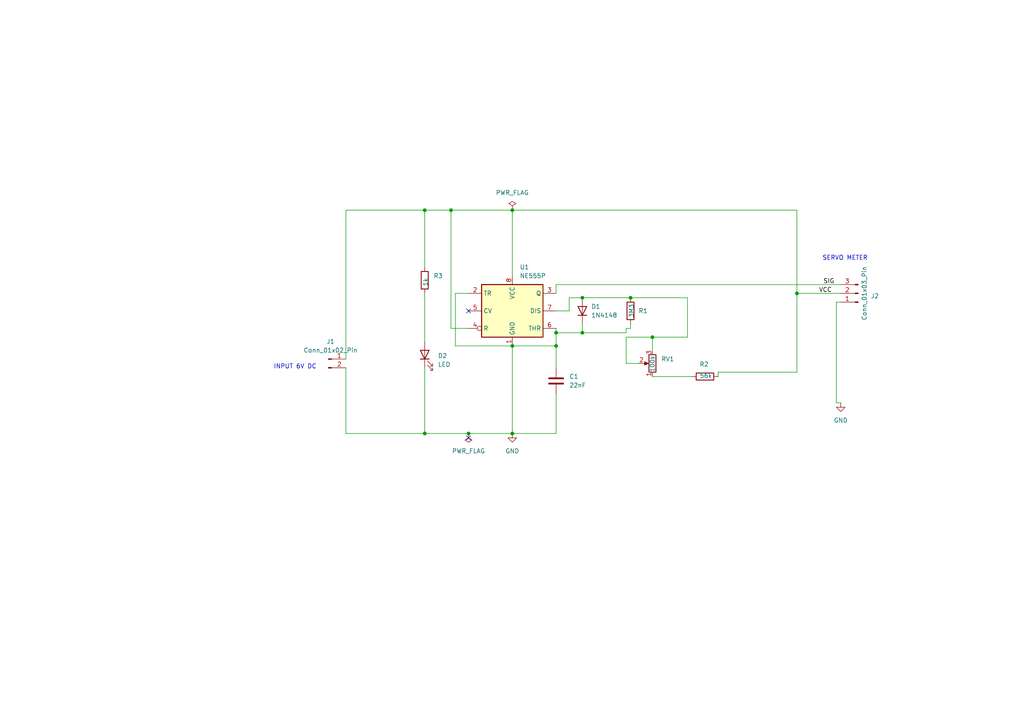
<source format=kicad_sch>
(kicad_sch
	(version 20250114)
	(generator "eeschema")
	(generator_version "9.0")
	(uuid "51f262f1-0f8f-41af-92b0-39962ca5dd28")
	(paper "A4")
	(title_block
		(title "servo meter tester")
		(date "2025-03-16")
		(company "komal")
	)
	(lib_symbols
		(symbol "Connector:Conn_01x02_Pin"
			(pin_names
				(offset 1.016)
				(hide yes)
			)
			(exclude_from_sim no)
			(in_bom yes)
			(on_board yes)
			(property "Reference" "J"
				(at 0 2.54 0)
				(effects
					(font
						(size 1.27 1.27)
					)
				)
			)
			(property "Value" "Conn_01x02_Pin"
				(at 0 -5.08 0)
				(effects
					(font
						(size 1.27 1.27)
					)
				)
			)
			(property "Footprint" ""
				(at 0 0 0)
				(effects
					(font
						(size 1.27 1.27)
					)
					(hide yes)
				)
			)
			(property "Datasheet" "~"
				(at 0 0 0)
				(effects
					(font
						(size 1.27 1.27)
					)
					(hide yes)
				)
			)
			(property "Description" "Generic connector, single row, 01x02, script generated"
				(at 0 0 0)
				(effects
					(font
						(size 1.27 1.27)
					)
					(hide yes)
				)
			)
			(property "ki_locked" ""
				(at 0 0 0)
				(effects
					(font
						(size 1.27 1.27)
					)
				)
			)
			(property "ki_keywords" "connector"
				(at 0 0 0)
				(effects
					(font
						(size 1.27 1.27)
					)
					(hide yes)
				)
			)
			(property "ki_fp_filters" "Connector*:*_1x??_*"
				(at 0 0 0)
				(effects
					(font
						(size 1.27 1.27)
					)
					(hide yes)
				)
			)
			(symbol "Conn_01x02_Pin_1_1"
				(rectangle
					(start 0.8636 0.127)
					(end 0 -0.127)
					(stroke
						(width 0.1524)
						(type default)
					)
					(fill
						(type outline)
					)
				)
				(rectangle
					(start 0.8636 -2.413)
					(end 0 -2.667)
					(stroke
						(width 0.1524)
						(type default)
					)
					(fill
						(type outline)
					)
				)
				(polyline
					(pts
						(xy 1.27 0) (xy 0.8636 0)
					)
					(stroke
						(width 0.1524)
						(type default)
					)
					(fill
						(type none)
					)
				)
				(polyline
					(pts
						(xy 1.27 -2.54) (xy 0.8636 -2.54)
					)
					(stroke
						(width 0.1524)
						(type default)
					)
					(fill
						(type none)
					)
				)
				(pin passive line
					(at 5.08 0 180)
					(length 3.81)
					(name "Pin_1"
						(effects
							(font
								(size 1.27 1.27)
							)
						)
					)
					(number "1"
						(effects
							(font
								(size 1.27 1.27)
							)
						)
					)
				)
				(pin passive line
					(at 5.08 -2.54 180)
					(length 3.81)
					(name "Pin_2"
						(effects
							(font
								(size 1.27 1.27)
							)
						)
					)
					(number "2"
						(effects
							(font
								(size 1.27 1.27)
							)
						)
					)
				)
			)
			(embedded_fonts no)
		)
		(symbol "Connector:Conn_01x03_Pin"
			(pin_names
				(offset 1.016)
				(hide yes)
			)
			(exclude_from_sim no)
			(in_bom yes)
			(on_board yes)
			(property "Reference" "J"
				(at 0 5.08 0)
				(effects
					(font
						(size 1.27 1.27)
					)
				)
			)
			(property "Value" "Conn_01x03_Pin"
				(at 0 -5.08 0)
				(effects
					(font
						(size 1.27 1.27)
					)
				)
			)
			(property "Footprint" ""
				(at 0 0 0)
				(effects
					(font
						(size 1.27 1.27)
					)
					(hide yes)
				)
			)
			(property "Datasheet" "~"
				(at 0 0 0)
				(effects
					(font
						(size 1.27 1.27)
					)
					(hide yes)
				)
			)
			(property "Description" "Generic connector, single row, 01x03, script generated"
				(at 0 0 0)
				(effects
					(font
						(size 1.27 1.27)
					)
					(hide yes)
				)
			)
			(property "ki_locked" ""
				(at 0 0 0)
				(effects
					(font
						(size 1.27 1.27)
					)
				)
			)
			(property "ki_keywords" "connector"
				(at 0 0 0)
				(effects
					(font
						(size 1.27 1.27)
					)
					(hide yes)
				)
			)
			(property "ki_fp_filters" "Connector*:*_1x??_*"
				(at 0 0 0)
				(effects
					(font
						(size 1.27 1.27)
					)
					(hide yes)
				)
			)
			(symbol "Conn_01x03_Pin_1_1"
				(rectangle
					(start 0.8636 2.667)
					(end 0 2.413)
					(stroke
						(width 0.1524)
						(type default)
					)
					(fill
						(type outline)
					)
				)
				(rectangle
					(start 0.8636 0.127)
					(end 0 -0.127)
					(stroke
						(width 0.1524)
						(type default)
					)
					(fill
						(type outline)
					)
				)
				(rectangle
					(start 0.8636 -2.413)
					(end 0 -2.667)
					(stroke
						(width 0.1524)
						(type default)
					)
					(fill
						(type outline)
					)
				)
				(polyline
					(pts
						(xy 1.27 2.54) (xy 0.8636 2.54)
					)
					(stroke
						(width 0.1524)
						(type default)
					)
					(fill
						(type none)
					)
				)
				(polyline
					(pts
						(xy 1.27 0) (xy 0.8636 0)
					)
					(stroke
						(width 0.1524)
						(type default)
					)
					(fill
						(type none)
					)
				)
				(polyline
					(pts
						(xy 1.27 -2.54) (xy 0.8636 -2.54)
					)
					(stroke
						(width 0.1524)
						(type default)
					)
					(fill
						(type none)
					)
				)
				(pin passive line
					(at 5.08 2.54 180)
					(length 3.81)
					(name "Pin_1"
						(effects
							(font
								(size 1.27 1.27)
							)
						)
					)
					(number "1"
						(effects
							(font
								(size 1.27 1.27)
							)
						)
					)
				)
				(pin passive line
					(at 5.08 0 180)
					(length 3.81)
					(name "Pin_2"
						(effects
							(font
								(size 1.27 1.27)
							)
						)
					)
					(number "2"
						(effects
							(font
								(size 1.27 1.27)
							)
						)
					)
				)
				(pin passive line
					(at 5.08 -2.54 180)
					(length 3.81)
					(name "Pin_3"
						(effects
							(font
								(size 1.27 1.27)
							)
						)
					)
					(number "3"
						(effects
							(font
								(size 1.27 1.27)
							)
						)
					)
				)
			)
			(embedded_fonts no)
		)
		(symbol "Device:C"
			(pin_numbers
				(hide yes)
			)
			(pin_names
				(offset 0.254)
			)
			(exclude_from_sim no)
			(in_bom yes)
			(on_board yes)
			(property "Reference" "C"
				(at 0.635 2.54 0)
				(effects
					(font
						(size 1.27 1.27)
					)
					(justify left)
				)
			)
			(property "Value" "C"
				(at 0.635 -2.54 0)
				(effects
					(font
						(size 1.27 1.27)
					)
					(justify left)
				)
			)
			(property "Footprint" ""
				(at 0.9652 -3.81 0)
				(effects
					(font
						(size 1.27 1.27)
					)
					(hide yes)
				)
			)
			(property "Datasheet" "~"
				(at 0 0 0)
				(effects
					(font
						(size 1.27 1.27)
					)
					(hide yes)
				)
			)
			(property "Description" "Unpolarized capacitor"
				(at 0 0 0)
				(effects
					(font
						(size 1.27 1.27)
					)
					(hide yes)
				)
			)
			(property "ki_keywords" "cap capacitor"
				(at 0 0 0)
				(effects
					(font
						(size 1.27 1.27)
					)
					(hide yes)
				)
			)
			(property "ki_fp_filters" "C_*"
				(at 0 0 0)
				(effects
					(font
						(size 1.27 1.27)
					)
					(hide yes)
				)
			)
			(symbol "C_0_1"
				(polyline
					(pts
						(xy -2.032 0.762) (xy 2.032 0.762)
					)
					(stroke
						(width 0.508)
						(type default)
					)
					(fill
						(type none)
					)
				)
				(polyline
					(pts
						(xy -2.032 -0.762) (xy 2.032 -0.762)
					)
					(stroke
						(width 0.508)
						(type default)
					)
					(fill
						(type none)
					)
				)
			)
			(symbol "C_1_1"
				(pin passive line
					(at 0 3.81 270)
					(length 2.794)
					(name "~"
						(effects
							(font
								(size 1.27 1.27)
							)
						)
					)
					(number "1"
						(effects
							(font
								(size 1.27 1.27)
							)
						)
					)
				)
				(pin passive line
					(at 0 -3.81 90)
					(length 2.794)
					(name "~"
						(effects
							(font
								(size 1.27 1.27)
							)
						)
					)
					(number "2"
						(effects
							(font
								(size 1.27 1.27)
							)
						)
					)
				)
			)
			(embedded_fonts no)
		)
		(symbol "Device:LED"
			(pin_numbers
				(hide yes)
			)
			(pin_names
				(offset 1.016)
				(hide yes)
			)
			(exclude_from_sim no)
			(in_bom yes)
			(on_board yes)
			(property "Reference" "D"
				(at 0 2.54 0)
				(effects
					(font
						(size 1.27 1.27)
					)
				)
			)
			(property "Value" "LED"
				(at 0 -2.54 0)
				(effects
					(font
						(size 1.27 1.27)
					)
				)
			)
			(property "Footprint" ""
				(at 0 0 0)
				(effects
					(font
						(size 1.27 1.27)
					)
					(hide yes)
				)
			)
			(property "Datasheet" "~"
				(at 0 0 0)
				(effects
					(font
						(size 1.27 1.27)
					)
					(hide yes)
				)
			)
			(property "Description" "Light emitting diode"
				(at 0 0 0)
				(effects
					(font
						(size 1.27 1.27)
					)
					(hide yes)
				)
			)
			(property "Sim.Pins" "1=K 2=A"
				(at 0 0 0)
				(effects
					(font
						(size 1.27 1.27)
					)
					(hide yes)
				)
			)
			(property "ki_keywords" "LED diode"
				(at 0 0 0)
				(effects
					(font
						(size 1.27 1.27)
					)
					(hide yes)
				)
			)
			(property "ki_fp_filters" "LED* LED_SMD:* LED_THT:*"
				(at 0 0 0)
				(effects
					(font
						(size 1.27 1.27)
					)
					(hide yes)
				)
			)
			(symbol "LED_0_1"
				(polyline
					(pts
						(xy -3.048 -0.762) (xy -4.572 -2.286) (xy -3.81 -2.286) (xy -4.572 -2.286) (xy -4.572 -1.524)
					)
					(stroke
						(width 0)
						(type default)
					)
					(fill
						(type none)
					)
				)
				(polyline
					(pts
						(xy -1.778 -0.762) (xy -3.302 -2.286) (xy -2.54 -2.286) (xy -3.302 -2.286) (xy -3.302 -1.524)
					)
					(stroke
						(width 0)
						(type default)
					)
					(fill
						(type none)
					)
				)
				(polyline
					(pts
						(xy -1.27 0) (xy 1.27 0)
					)
					(stroke
						(width 0)
						(type default)
					)
					(fill
						(type none)
					)
				)
				(polyline
					(pts
						(xy -1.27 -1.27) (xy -1.27 1.27)
					)
					(stroke
						(width 0.254)
						(type default)
					)
					(fill
						(type none)
					)
				)
				(polyline
					(pts
						(xy 1.27 -1.27) (xy 1.27 1.27) (xy -1.27 0) (xy 1.27 -1.27)
					)
					(stroke
						(width 0.254)
						(type default)
					)
					(fill
						(type none)
					)
				)
			)
			(symbol "LED_1_1"
				(pin passive line
					(at -3.81 0 0)
					(length 2.54)
					(name "K"
						(effects
							(font
								(size 1.27 1.27)
							)
						)
					)
					(number "1"
						(effects
							(font
								(size 1.27 1.27)
							)
						)
					)
				)
				(pin passive line
					(at 3.81 0 180)
					(length 2.54)
					(name "A"
						(effects
							(font
								(size 1.27 1.27)
							)
						)
					)
					(number "2"
						(effects
							(font
								(size 1.27 1.27)
							)
						)
					)
				)
			)
			(embedded_fonts no)
		)
		(symbol "Device:R"
			(pin_numbers
				(hide yes)
			)
			(pin_names
				(offset 0)
			)
			(exclude_from_sim no)
			(in_bom yes)
			(on_board yes)
			(property "Reference" "R"
				(at 2.032 0 90)
				(effects
					(font
						(size 1.27 1.27)
					)
				)
			)
			(property "Value" "R"
				(at 0 0 90)
				(effects
					(font
						(size 1.27 1.27)
					)
				)
			)
			(property "Footprint" ""
				(at -1.778 0 90)
				(effects
					(font
						(size 1.27 1.27)
					)
					(hide yes)
				)
			)
			(property "Datasheet" "~"
				(at 0 0 0)
				(effects
					(font
						(size 1.27 1.27)
					)
					(hide yes)
				)
			)
			(property "Description" "Resistor"
				(at 0 0 0)
				(effects
					(font
						(size 1.27 1.27)
					)
					(hide yes)
				)
			)
			(property "ki_keywords" "R res resistor"
				(at 0 0 0)
				(effects
					(font
						(size 1.27 1.27)
					)
					(hide yes)
				)
			)
			(property "ki_fp_filters" "R_*"
				(at 0 0 0)
				(effects
					(font
						(size 1.27 1.27)
					)
					(hide yes)
				)
			)
			(symbol "R_0_1"
				(rectangle
					(start -1.016 -2.54)
					(end 1.016 2.54)
					(stroke
						(width 0.254)
						(type default)
					)
					(fill
						(type none)
					)
				)
			)
			(symbol "R_1_1"
				(pin passive line
					(at 0 3.81 270)
					(length 1.27)
					(name "~"
						(effects
							(font
								(size 1.27 1.27)
							)
						)
					)
					(number "1"
						(effects
							(font
								(size 1.27 1.27)
							)
						)
					)
				)
				(pin passive line
					(at 0 -3.81 90)
					(length 1.27)
					(name "~"
						(effects
							(font
								(size 1.27 1.27)
							)
						)
					)
					(number "2"
						(effects
							(font
								(size 1.27 1.27)
							)
						)
					)
				)
			)
			(embedded_fonts no)
		)
		(symbol "Device:R_Potentiometer"
			(pin_names
				(offset 1.016)
				(hide yes)
			)
			(exclude_from_sim no)
			(in_bom yes)
			(on_board yes)
			(property "Reference" "RV"
				(at -4.445 0 90)
				(effects
					(font
						(size 1.27 1.27)
					)
				)
			)
			(property "Value" "R_Potentiometer"
				(at -2.54 0 90)
				(effects
					(font
						(size 1.27 1.27)
					)
				)
			)
			(property "Footprint" ""
				(at 0 0 0)
				(effects
					(font
						(size 1.27 1.27)
					)
					(hide yes)
				)
			)
			(property "Datasheet" "~"
				(at 0 0 0)
				(effects
					(font
						(size 1.27 1.27)
					)
					(hide yes)
				)
			)
			(property "Description" "Potentiometer"
				(at 0 0 0)
				(effects
					(font
						(size 1.27 1.27)
					)
					(hide yes)
				)
			)
			(property "ki_keywords" "resistor variable"
				(at 0 0 0)
				(effects
					(font
						(size 1.27 1.27)
					)
					(hide yes)
				)
			)
			(property "ki_fp_filters" "Potentiometer*"
				(at 0 0 0)
				(effects
					(font
						(size 1.27 1.27)
					)
					(hide yes)
				)
			)
			(symbol "R_Potentiometer_0_1"
				(rectangle
					(start 1.016 2.54)
					(end -1.016 -2.54)
					(stroke
						(width 0.254)
						(type default)
					)
					(fill
						(type none)
					)
				)
				(polyline
					(pts
						(xy 1.143 0) (xy 2.286 0.508) (xy 2.286 -0.508) (xy 1.143 0)
					)
					(stroke
						(width 0)
						(type default)
					)
					(fill
						(type outline)
					)
				)
				(polyline
					(pts
						(xy 2.54 0) (xy 1.524 0)
					)
					(stroke
						(width 0)
						(type default)
					)
					(fill
						(type none)
					)
				)
			)
			(symbol "R_Potentiometer_1_1"
				(pin passive line
					(at 0 3.81 270)
					(length 1.27)
					(name "1"
						(effects
							(font
								(size 1.27 1.27)
							)
						)
					)
					(number "1"
						(effects
							(font
								(size 1.27 1.27)
							)
						)
					)
				)
				(pin passive line
					(at 0 -3.81 90)
					(length 1.27)
					(name "3"
						(effects
							(font
								(size 1.27 1.27)
							)
						)
					)
					(number "3"
						(effects
							(font
								(size 1.27 1.27)
							)
						)
					)
				)
				(pin passive line
					(at 3.81 0 180)
					(length 1.27)
					(name "2"
						(effects
							(font
								(size 1.27 1.27)
							)
						)
					)
					(number "2"
						(effects
							(font
								(size 1.27 1.27)
							)
						)
					)
				)
			)
			(embedded_fonts no)
		)
		(symbol "Diode:1N4148"
			(pin_numbers
				(hide yes)
			)
			(pin_names
				(hide yes)
			)
			(exclude_from_sim no)
			(in_bom yes)
			(on_board yes)
			(property "Reference" "D"
				(at 0 2.54 0)
				(effects
					(font
						(size 1.27 1.27)
					)
				)
			)
			(property "Value" "1N4148"
				(at 0 -2.54 0)
				(effects
					(font
						(size 1.27 1.27)
					)
				)
			)
			(property "Footprint" "Diode_THT:D_DO-35_SOD27_P7.62mm_Horizontal"
				(at 0 0 0)
				(effects
					(font
						(size 1.27 1.27)
					)
					(hide yes)
				)
			)
			(property "Datasheet" "https://assets.nexperia.com/documents/data-sheet/1N4148_1N4448.pdf"
				(at 0 0 0)
				(effects
					(font
						(size 1.27 1.27)
					)
					(hide yes)
				)
			)
			(property "Description" "100V 0.15A standard switching diode, DO-35"
				(at 0 0 0)
				(effects
					(font
						(size 1.27 1.27)
					)
					(hide yes)
				)
			)
			(property "Sim.Device" "D"
				(at 0 0 0)
				(effects
					(font
						(size 1.27 1.27)
					)
					(hide yes)
				)
			)
			(property "Sim.Pins" "1=K 2=A"
				(at 0 0 0)
				(effects
					(font
						(size 1.27 1.27)
					)
					(hide yes)
				)
			)
			(property "ki_keywords" "diode"
				(at 0 0 0)
				(effects
					(font
						(size 1.27 1.27)
					)
					(hide yes)
				)
			)
			(property "ki_fp_filters" "D*DO?35*"
				(at 0 0 0)
				(effects
					(font
						(size 1.27 1.27)
					)
					(hide yes)
				)
			)
			(symbol "1N4148_0_1"
				(polyline
					(pts
						(xy -1.27 1.27) (xy -1.27 -1.27)
					)
					(stroke
						(width 0.254)
						(type default)
					)
					(fill
						(type none)
					)
				)
				(polyline
					(pts
						(xy 1.27 1.27) (xy 1.27 -1.27) (xy -1.27 0) (xy 1.27 1.27)
					)
					(stroke
						(width 0.254)
						(type default)
					)
					(fill
						(type none)
					)
				)
				(polyline
					(pts
						(xy 1.27 0) (xy -1.27 0)
					)
					(stroke
						(width 0)
						(type default)
					)
					(fill
						(type none)
					)
				)
			)
			(symbol "1N4148_1_1"
				(pin passive line
					(at -3.81 0 0)
					(length 2.54)
					(name "K"
						(effects
							(font
								(size 1.27 1.27)
							)
						)
					)
					(number "1"
						(effects
							(font
								(size 1.27 1.27)
							)
						)
					)
				)
				(pin passive line
					(at 3.81 0 180)
					(length 2.54)
					(name "A"
						(effects
							(font
								(size 1.27 1.27)
							)
						)
					)
					(number "2"
						(effects
							(font
								(size 1.27 1.27)
							)
						)
					)
				)
			)
			(embedded_fonts no)
		)
		(symbol "Timer:NE555P"
			(exclude_from_sim no)
			(in_bom yes)
			(on_board yes)
			(property "Reference" "U"
				(at -10.16 8.89 0)
				(effects
					(font
						(size 1.27 1.27)
					)
					(justify left)
				)
			)
			(property "Value" "NE555P"
				(at 2.54 8.89 0)
				(effects
					(font
						(size 1.27 1.27)
					)
					(justify left)
				)
			)
			(property "Footprint" "Package_DIP:DIP-8_W7.62mm"
				(at 16.51 -10.16 0)
				(effects
					(font
						(size 1.27 1.27)
					)
					(hide yes)
				)
			)
			(property "Datasheet" "http://www.ti.com/lit/ds/symlink/ne555.pdf"
				(at 21.59 -10.16 0)
				(effects
					(font
						(size 1.27 1.27)
					)
					(hide yes)
				)
			)
			(property "Description" "Precision Timers, 555 compatible,  PDIP-8"
				(at 0 0 0)
				(effects
					(font
						(size 1.27 1.27)
					)
					(hide yes)
				)
			)
			(property "ki_keywords" "single timer 555"
				(at 0 0 0)
				(effects
					(font
						(size 1.27 1.27)
					)
					(hide yes)
				)
			)
			(property "ki_fp_filters" "DIP*W7.62mm*"
				(at 0 0 0)
				(effects
					(font
						(size 1.27 1.27)
					)
					(hide yes)
				)
			)
			(symbol "NE555P_0_0"
				(pin power_in line
					(at 0 10.16 270)
					(length 2.54)
					(name "VCC"
						(effects
							(font
								(size 1.27 1.27)
							)
						)
					)
					(number "8"
						(effects
							(font
								(size 1.27 1.27)
							)
						)
					)
				)
				(pin power_in line
					(at 0 -10.16 90)
					(length 2.54)
					(name "GND"
						(effects
							(font
								(size 1.27 1.27)
							)
						)
					)
					(number "1"
						(effects
							(font
								(size 1.27 1.27)
							)
						)
					)
				)
			)
			(symbol "NE555P_0_1"
				(rectangle
					(start -8.89 -7.62)
					(end 8.89 7.62)
					(stroke
						(width 0.254)
						(type default)
					)
					(fill
						(type background)
					)
				)
				(rectangle
					(start -8.89 -7.62)
					(end 8.89 7.62)
					(stroke
						(width 0.254)
						(type default)
					)
					(fill
						(type background)
					)
				)
			)
			(symbol "NE555P_1_1"
				(pin input line
					(at -12.7 5.08 0)
					(length 3.81)
					(name "TR"
						(effects
							(font
								(size 1.27 1.27)
							)
						)
					)
					(number "2"
						(effects
							(font
								(size 1.27 1.27)
							)
						)
					)
				)
				(pin input line
					(at -12.7 0 0)
					(length 3.81)
					(name "CV"
						(effects
							(font
								(size 1.27 1.27)
							)
						)
					)
					(number "5"
						(effects
							(font
								(size 1.27 1.27)
							)
						)
					)
				)
				(pin input inverted
					(at -12.7 -5.08 0)
					(length 3.81)
					(name "R"
						(effects
							(font
								(size 1.27 1.27)
							)
						)
					)
					(number "4"
						(effects
							(font
								(size 1.27 1.27)
							)
						)
					)
				)
				(pin output line
					(at 12.7 5.08 180)
					(length 3.81)
					(name "Q"
						(effects
							(font
								(size 1.27 1.27)
							)
						)
					)
					(number "3"
						(effects
							(font
								(size 1.27 1.27)
							)
						)
					)
				)
				(pin input line
					(at 12.7 0 180)
					(length 3.81)
					(name "DIS"
						(effects
							(font
								(size 1.27 1.27)
							)
						)
					)
					(number "7"
						(effects
							(font
								(size 1.27 1.27)
							)
						)
					)
				)
				(pin input line
					(at 12.7 -5.08 180)
					(length 3.81)
					(name "THR"
						(effects
							(font
								(size 1.27 1.27)
							)
						)
					)
					(number "6"
						(effects
							(font
								(size 1.27 1.27)
							)
						)
					)
				)
			)
			(embedded_fonts no)
		)
		(symbol "power:GND"
			(power)
			(pin_numbers
				(hide yes)
			)
			(pin_names
				(offset 0)
				(hide yes)
			)
			(exclude_from_sim no)
			(in_bom yes)
			(on_board yes)
			(property "Reference" "#PWR"
				(at 0 -6.35 0)
				(effects
					(font
						(size 1.27 1.27)
					)
					(hide yes)
				)
			)
			(property "Value" "GND"
				(at 0 -3.81 0)
				(effects
					(font
						(size 1.27 1.27)
					)
				)
			)
			(property "Footprint" ""
				(at 0 0 0)
				(effects
					(font
						(size 1.27 1.27)
					)
					(hide yes)
				)
			)
			(property "Datasheet" ""
				(at 0 0 0)
				(effects
					(font
						(size 1.27 1.27)
					)
					(hide yes)
				)
			)
			(property "Description" "Power symbol creates a global label with name \"GND\" , ground"
				(at 0 0 0)
				(effects
					(font
						(size 1.27 1.27)
					)
					(hide yes)
				)
			)
			(property "ki_keywords" "global power"
				(at 0 0 0)
				(effects
					(font
						(size 1.27 1.27)
					)
					(hide yes)
				)
			)
			(symbol "GND_0_1"
				(polyline
					(pts
						(xy 0 0) (xy 0 -1.27) (xy 1.27 -1.27) (xy 0 -2.54) (xy -1.27 -1.27) (xy 0 -1.27)
					)
					(stroke
						(width 0)
						(type default)
					)
					(fill
						(type none)
					)
				)
			)
			(symbol "GND_1_1"
				(pin power_in line
					(at 0 0 270)
					(length 0)
					(name "~"
						(effects
							(font
								(size 1.27 1.27)
							)
						)
					)
					(number "1"
						(effects
							(font
								(size 1.27 1.27)
							)
						)
					)
				)
			)
			(embedded_fonts no)
		)
		(symbol "power:PWR_FLAG"
			(power)
			(pin_numbers
				(hide yes)
			)
			(pin_names
				(offset 0)
				(hide yes)
			)
			(exclude_from_sim no)
			(in_bom yes)
			(on_board yes)
			(property "Reference" "#FLG"
				(at 0 1.905 0)
				(effects
					(font
						(size 1.27 1.27)
					)
					(hide yes)
				)
			)
			(property "Value" "PWR_FLAG"
				(at 0 3.81 0)
				(effects
					(font
						(size 1.27 1.27)
					)
				)
			)
			(property "Footprint" ""
				(at 0 0 0)
				(effects
					(font
						(size 1.27 1.27)
					)
					(hide yes)
				)
			)
			(property "Datasheet" "~"
				(at 0 0 0)
				(effects
					(font
						(size 1.27 1.27)
					)
					(hide yes)
				)
			)
			(property "Description" "Special symbol for telling ERC where power comes from"
				(at 0 0 0)
				(effects
					(font
						(size 1.27 1.27)
					)
					(hide yes)
				)
			)
			(property "ki_keywords" "flag power"
				(at 0 0 0)
				(effects
					(font
						(size 1.27 1.27)
					)
					(hide yes)
				)
			)
			(symbol "PWR_FLAG_0_0"
				(pin power_out line
					(at 0 0 90)
					(length 0)
					(name "~"
						(effects
							(font
								(size 1.27 1.27)
							)
						)
					)
					(number "1"
						(effects
							(font
								(size 1.27 1.27)
							)
						)
					)
				)
			)
			(symbol "PWR_FLAG_0_1"
				(polyline
					(pts
						(xy 0 0) (xy 0 1.27) (xy -1.016 1.905) (xy 0 2.54) (xy 1.016 1.905) (xy 0 1.27)
					)
					(stroke
						(width 0)
						(type default)
					)
					(fill
						(type none)
					)
				)
			)
			(embedded_fonts no)
		)
	)
	(text "SERVO METER"
		(exclude_from_sim no)
		(at 245.11 74.93 0)
		(effects
			(font
				(size 1.27 1.27)
			)
		)
		(uuid "42f86211-8e13-45f6-8a4a-e3478bac8796")
	)
	(text "INPUT 6V DC\n"
		(exclude_from_sim no)
		(at 85.598 106.426 0)
		(effects
			(font
				(size 1.27 1.27)
			)
		)
		(uuid "f78a6f2b-9052-48fd-ba74-c9152534381f")
	)
	(junction
		(at 189.23 97.79)
		(diameter 0)
		(color 0 0 0 0)
		(uuid "19b0f9c6-9f8a-4065-a885-5d41cd18f657")
	)
	(junction
		(at 148.59 60.96)
		(diameter 0)
		(color 0 0 0 0)
		(uuid "1a61aeb2-f102-4d81-9b06-68ab8ae49c58")
	)
	(junction
		(at 168.91 96.52)
		(diameter 0)
		(color 0 0 0 0)
		(uuid "2aa33924-83f3-4d12-9244-18a124a5b5b7")
	)
	(junction
		(at 168.91 86.36)
		(diameter 0)
		(color 0 0 0 0)
		(uuid "4b05eb3c-0c21-4147-80a1-61bd6d52c36a")
	)
	(junction
		(at 135.89 125.73)
		(diameter 0)
		(color 0 0 0 0)
		(uuid "57f2ce45-78d5-4a97-a2a0-89286b94fa55")
	)
	(junction
		(at 148.59 125.73)
		(diameter 0)
		(color 0 0 0 0)
		(uuid "9d33e06a-6290-4af6-8baf-ebafa05fb66e")
	)
	(junction
		(at 161.29 96.52)
		(diameter 0)
		(color 0 0 0 0)
		(uuid "accb034a-3e82-41df-a0b6-d8ae99b0ff5b")
	)
	(junction
		(at 123.19 60.96)
		(diameter 0)
		(color 0 0 0 0)
		(uuid "bcaaf144-0f85-4a38-99ab-970c6aefba55")
	)
	(junction
		(at 148.59 100.33)
		(diameter 0)
		(color 0 0 0 0)
		(uuid "c18e9108-b461-478e-ad67-74d44e1dddb1")
	)
	(junction
		(at 130.81 60.96)
		(diameter 0)
		(color 0 0 0 0)
		(uuid "cef8f966-2dca-4f90-9227-a4e4d01b7d8e")
	)
	(junction
		(at 123.19 125.73)
		(diameter 0)
		(color 0 0 0 0)
		(uuid "cf9f40a9-fe24-47ab-a6ca-d3061e98c264")
	)
	(junction
		(at 182.88 86.36)
		(diameter 0)
		(color 0 0 0 0)
		(uuid "d5129ed7-6b50-463f-bac1-f0b7abf4b723")
	)
	(junction
		(at 231.14 85.09)
		(diameter 0)
		(color 0 0 0 0)
		(uuid "d61e4f09-4c3d-42fb-8134-364e3092e403")
	)
	(junction
		(at 161.29 100.33)
		(diameter 0)
		(color 0 0 0 0)
		(uuid "f3165c36-0462-4e4b-a955-c99a455941b2")
	)
	(no_connect
		(at 135.89 90.17)
		(uuid "47ced5f8-1084-480a-8030-8d50737bb76c")
	)
	(no_connect
		(at 135.89 127)
		(uuid "dc2779bb-4b37-482c-8f68-1518a136f360")
	)
	(wire
		(pts
			(xy 161.29 82.55) (xy 161.29 85.09)
		)
		(stroke
			(width 0)
			(type default)
		)
		(uuid "1b4ae9b2-81b0-4111-bdef-a20c3e761bf3")
	)
	(wire
		(pts
			(xy 123.19 85.09) (xy 123.19 99.06)
		)
		(stroke
			(width 0)
			(type default)
		)
		(uuid "1e230473-175e-4e7a-b5c9-fadb1d45e69e")
	)
	(wire
		(pts
			(xy 100.33 125.73) (xy 123.19 125.73)
		)
		(stroke
			(width 0)
			(type default)
		)
		(uuid "2b757d3d-ee14-4000-9cd7-222ef2aeb364")
	)
	(wire
		(pts
			(xy 161.29 96.52) (xy 161.29 100.33)
		)
		(stroke
			(width 0)
			(type default)
		)
		(uuid "358c1dad-2813-4730-a5b8-7657d41cc0b6")
	)
	(wire
		(pts
			(xy 242.57 87.63) (xy 243.84 87.63)
		)
		(stroke
			(width 0)
			(type default)
		)
		(uuid "35fd824c-12a4-4a0f-873a-a90521d1c909")
	)
	(wire
		(pts
			(xy 242.57 116.84) (xy 243.84 116.84)
		)
		(stroke
			(width 0)
			(type default)
		)
		(uuid "3d6bfcdc-1298-44e4-8f7d-ba70fd4cdf7a")
	)
	(wire
		(pts
			(xy 161.29 96.52) (xy 168.91 96.52)
		)
		(stroke
			(width 0)
			(type default)
		)
		(uuid "3dfa2f5f-bba9-4cf2-8fd6-e1f39d1321e6")
	)
	(wire
		(pts
			(xy 130.81 60.96) (xy 130.81 95.25)
		)
		(stroke
			(width 0)
			(type default)
		)
		(uuid "3f1b0e47-e562-40e9-8dca-5fe1fc2c379f")
	)
	(wire
		(pts
			(xy 135.89 125.73) (xy 148.59 125.73)
		)
		(stroke
			(width 0)
			(type default)
		)
		(uuid "40321266-ed40-4cc0-99e7-75e6fe863909")
	)
	(wire
		(pts
			(xy 100.33 106.68) (xy 100.33 125.73)
		)
		(stroke
			(width 0)
			(type default)
		)
		(uuid "439e287f-2f98-435d-b7a9-fe7ee1a01068")
	)
	(wire
		(pts
			(xy 100.33 60.96) (xy 100.33 104.14)
		)
		(stroke
			(width 0)
			(type default)
		)
		(uuid "4a2824b7-a0fa-45cc-8ee1-69131b6511f5")
	)
	(wire
		(pts
			(xy 123.19 106.68) (xy 123.19 125.73)
		)
		(stroke
			(width 0)
			(type default)
		)
		(uuid "4bf3035e-c5fc-4b63-80c7-b263d651dca4")
	)
	(wire
		(pts
			(xy 148.59 60.96) (xy 148.59 80.01)
		)
		(stroke
			(width 0)
			(type default)
		)
		(uuid "4bf508c7-a74d-4b51-87fd-1afafb70ada5")
	)
	(wire
		(pts
			(xy 123.19 60.96) (xy 130.81 60.96)
		)
		(stroke
			(width 0)
			(type default)
		)
		(uuid "56163ff3-17ba-4839-8413-8198e8ec255f")
	)
	(wire
		(pts
			(xy 148.59 60.96) (xy 130.81 60.96)
		)
		(stroke
			(width 0)
			(type default)
		)
		(uuid "5cde3733-dc4a-4451-a49b-232b889cc151")
	)
	(wire
		(pts
			(xy 161.29 95.25) (xy 161.29 96.52)
		)
		(stroke
			(width 0)
			(type default)
		)
		(uuid "5db46645-a9dd-4890-9028-29c44435fa2f")
	)
	(wire
		(pts
			(xy 182.88 86.36) (xy 199.39 86.36)
		)
		(stroke
			(width 0)
			(type default)
		)
		(uuid "62c0fc37-2628-45d4-96c6-fce1cbbd6212")
	)
	(wire
		(pts
			(xy 148.59 100.33) (xy 161.29 100.33)
		)
		(stroke
			(width 0)
			(type default)
		)
		(uuid "632c4d97-7413-4350-8389-d9a3782b72c0")
	)
	(wire
		(pts
			(xy 181.61 105.41) (xy 185.42 105.41)
		)
		(stroke
			(width 0)
			(type default)
		)
		(uuid "668efb10-5c8d-4510-9332-572bc021ed4f")
	)
	(wire
		(pts
			(xy 168.91 86.36) (xy 165.1 86.36)
		)
		(stroke
			(width 0)
			(type default)
		)
		(uuid "6b468238-aed4-4a92-949e-32715b76c393")
	)
	(wire
		(pts
			(xy 231.14 85.09) (xy 231.14 107.95)
		)
		(stroke
			(width 0)
			(type default)
		)
		(uuid "6da495ad-ed06-4dd6-8024-93fce720775b")
	)
	(wire
		(pts
			(xy 181.61 97.79) (xy 189.23 97.79)
		)
		(stroke
			(width 0)
			(type default)
		)
		(uuid "7490c0da-2558-4d1c-93ed-9956fef6a48f")
	)
	(wire
		(pts
			(xy 168.91 93.98) (xy 168.91 96.52)
		)
		(stroke
			(width 0)
			(type default)
		)
		(uuid "78063b17-9567-4257-9a6f-a289a73c12a6")
	)
	(wire
		(pts
			(xy 199.39 97.79) (xy 189.23 97.79)
		)
		(stroke
			(width 0)
			(type default)
		)
		(uuid "809d71d8-584e-4591-a1a0-3a4cd5bb45d2")
	)
	(wire
		(pts
			(xy 168.91 86.36) (xy 182.88 86.36)
		)
		(stroke
			(width 0)
			(type default)
		)
		(uuid "816a2a81-d8c3-463f-82ac-290dc4b0d307")
	)
	(wire
		(pts
			(xy 130.81 95.25) (xy 135.89 95.25)
		)
		(stroke
			(width 0)
			(type default)
		)
		(uuid "8ad52d82-1e66-4f65-b274-e49aa9551cc4")
	)
	(wire
		(pts
			(xy 181.61 97.79) (xy 181.61 105.41)
		)
		(stroke
			(width 0)
			(type default)
		)
		(uuid "92ee95a0-89a7-44bb-a84b-904b034d7b14")
	)
	(wire
		(pts
			(xy 242.57 87.63) (xy 242.57 116.84)
		)
		(stroke
			(width 0)
			(type default)
		)
		(uuid "98e87adb-e75a-4a1f-ba9e-33e1677549a0")
	)
	(wire
		(pts
			(xy 208.28 107.95) (xy 208.28 109.22)
		)
		(stroke
			(width 0)
			(type default)
		)
		(uuid "991edd06-0949-4de0-a6dc-e60b4e71bb5b")
	)
	(wire
		(pts
			(xy 161.29 125.73) (xy 148.59 125.73)
		)
		(stroke
			(width 0)
			(type default)
		)
		(uuid "a0a51298-8fa6-4929-a102-a3263ef321a6")
	)
	(wire
		(pts
			(xy 132.08 85.09) (xy 132.08 100.33)
		)
		(stroke
			(width 0)
			(type default)
		)
		(uuid "a9f11649-18a1-4973-a5f0-410e2b4a2f53")
	)
	(wire
		(pts
			(xy 189.23 101.6) (xy 189.23 97.79)
		)
		(stroke
			(width 0)
			(type default)
		)
		(uuid "b24330d1-ae5c-48fa-aacb-1a0e586c5378")
	)
	(wire
		(pts
			(xy 182.88 95.25) (xy 182.88 93.98)
		)
		(stroke
			(width 0)
			(type default)
		)
		(uuid "b576b65b-d7dc-41c6-9565-02bba22abaf0")
	)
	(wire
		(pts
			(xy 181.61 95.25) (xy 182.88 95.25)
		)
		(stroke
			(width 0)
			(type default)
		)
		(uuid "b6dd8eaa-2b2b-42a1-805a-b1d26961ec9b")
	)
	(wire
		(pts
			(xy 161.29 114.3) (xy 161.29 125.73)
		)
		(stroke
			(width 0)
			(type default)
		)
		(uuid "b8adf63d-82cc-416c-b573-a4e27b258ae1")
	)
	(wire
		(pts
			(xy 132.08 100.33) (xy 148.59 100.33)
		)
		(stroke
			(width 0)
			(type default)
		)
		(uuid "bc963bbc-a779-4848-8d75-5dc33aa546a0")
	)
	(wire
		(pts
			(xy 100.33 60.96) (xy 123.19 60.96)
		)
		(stroke
			(width 0)
			(type default)
		)
		(uuid "c1a3b50b-a75c-481d-94c5-fabd8d441c4e")
	)
	(wire
		(pts
			(xy 148.59 125.73) (xy 148.59 100.33)
		)
		(stroke
			(width 0)
			(type default)
		)
		(uuid "c40c51dd-a717-4368-9018-b9f7b598d7ee")
	)
	(wire
		(pts
			(xy 161.29 100.33) (xy 161.29 106.68)
		)
		(stroke
			(width 0)
			(type default)
		)
		(uuid "c6b6eaba-958d-4aaa-b819-0ba1013a25b0")
	)
	(wire
		(pts
			(xy 123.19 125.73) (xy 135.89 125.73)
		)
		(stroke
			(width 0)
			(type default)
		)
		(uuid "cc62c296-bd12-4272-8155-80cb11ca6836")
	)
	(wire
		(pts
			(xy 243.84 82.55) (xy 161.29 82.55)
		)
		(stroke
			(width 0)
			(type default)
		)
		(uuid "d0cfad48-eb73-461b-9931-50d0bc4c6864")
	)
	(wire
		(pts
			(xy 181.61 96.52) (xy 181.61 95.25)
		)
		(stroke
			(width 0)
			(type default)
		)
		(uuid "d27a107b-5893-4924-a320-67a0d4cbb84a")
	)
	(wire
		(pts
			(xy 165.1 90.17) (xy 161.29 90.17)
		)
		(stroke
			(width 0)
			(type default)
		)
		(uuid "d5d03934-6060-4a2b-b2de-e374dbb9168f")
	)
	(wire
		(pts
			(xy 199.39 86.36) (xy 199.39 97.79)
		)
		(stroke
			(width 0)
			(type default)
		)
		(uuid "d72faf74-c950-46ae-8279-ef23a152e426")
	)
	(wire
		(pts
			(xy 189.23 109.22) (xy 200.66 109.22)
		)
		(stroke
			(width 0)
			(type default)
		)
		(uuid "d7f04d51-3428-4745-966d-c4fa7da29bec")
	)
	(wire
		(pts
			(xy 231.14 60.96) (xy 148.59 60.96)
		)
		(stroke
			(width 0)
			(type default)
		)
		(uuid "dacbcc3d-0403-4917-b08e-0eb978ee6dd9")
	)
	(wire
		(pts
			(xy 231.14 107.95) (xy 208.28 107.95)
		)
		(stroke
			(width 0)
			(type default)
		)
		(uuid "dd7c7129-7a42-46f6-88af-f39a229941b3")
	)
	(wire
		(pts
			(xy 231.14 85.09) (xy 243.84 85.09)
		)
		(stroke
			(width 0)
			(type default)
		)
		(uuid "de04ec50-bcca-471a-8056-402bfef34fca")
	)
	(wire
		(pts
			(xy 231.14 60.96) (xy 231.14 85.09)
		)
		(stroke
			(width 0)
			(type default)
		)
		(uuid "e61feecc-e45c-4b8c-94d7-3860a3ac2af6")
	)
	(wire
		(pts
			(xy 132.08 85.09) (xy 135.89 85.09)
		)
		(stroke
			(width 0)
			(type default)
		)
		(uuid "ec4083d8-8b2a-4449-a736-f09ff0eb224f")
	)
	(wire
		(pts
			(xy 165.1 90.17) (xy 165.1 86.36)
		)
		(stroke
			(width 0)
			(type default)
		)
		(uuid "f059999d-3f3c-4df1-9ed7-7d1bc33eba37")
	)
	(wire
		(pts
			(xy 123.19 77.47) (xy 123.19 60.96)
		)
		(stroke
			(width 0)
			(type default)
		)
		(uuid "f74824c4-2a26-4689-b246-1024079a4ce6")
	)
	(wire
		(pts
			(xy 168.91 96.52) (xy 181.61 96.52)
		)
		(stroke
			(width 0)
			(type default)
		)
		(uuid "fb4e9919-38ce-447d-9d33-4ec5443a8ba9")
	)
	(label "VCC"
		(at 237.49 85.09 0)
		(effects
			(font
				(size 1.27 1.27)
			)
			(justify left bottom)
		)
		(uuid "0e70e7b7-3d7b-4d7e-aa66-65af14531ef8")
	)
	(label "SIG"
		(at 238.76 82.55 0)
		(effects
			(font
				(size 1.27 1.27)
			)
			(justify left bottom)
		)
		(uuid "e1f32c9a-2e01-4ad9-9380-e0d2e43f4eb3")
	)
	(symbol
		(lib_id "power:GND")
		(at 148.59 125.73 0)
		(unit 1)
		(exclude_from_sim no)
		(in_bom yes)
		(on_board yes)
		(dnp no)
		(fields_autoplaced yes)
		(uuid "19e31a58-c925-490d-99e7-d2930aa4bc77")
		(property "Reference" "#PWR01"
			(at 148.59 132.08 0)
			(effects
				(font
					(size 1.27 1.27)
				)
				(hide yes)
			)
		)
		(property "Value" "GND"
			(at 148.59 130.81 0)
			(effects
				(font
					(size 1.27 1.27)
				)
			)
		)
		(property "Footprint" ""
			(at 148.59 125.73 0)
			(effects
				(font
					(size 1.27 1.27)
				)
				(hide yes)
			)
		)
		(property "Datasheet" ""
			(at 148.59 125.73 0)
			(effects
				(font
					(size 1.27 1.27)
				)
				(hide yes)
			)
		)
		(property "Description" "Power symbol creates a global label with name \"GND\" , ground"
			(at 148.59 125.73 0)
			(effects
				(font
					(size 1.27 1.27)
				)
				(hide yes)
			)
		)
		(pin "1"
			(uuid "ec9b32b4-0297-469f-809e-2b558d81ae25")
		)
		(instances
			(project ""
				(path "/51f262f1-0f8f-41af-92b0-39962ca5dd28"
					(reference "#PWR01")
					(unit 1)
				)
			)
		)
	)
	(symbol
		(lib_id "Device:R")
		(at 123.19 81.28 0)
		(unit 1)
		(exclude_from_sim no)
		(in_bom yes)
		(on_board yes)
		(dnp no)
		(uuid "2a6d137a-7531-46e6-8b06-9e9732555966")
		(property "Reference" "R3"
			(at 125.73 80.0099 0)
			(effects
				(font
					(size 1.27 1.27)
				)
				(justify left)
			)
		)
		(property "Value" "1k"
			(at 123.444 83.058 90)
			(effects
				(font
					(size 1.27 1.27)
				)
				(justify left)
			)
		)
		(property "Footprint" ""
			(at 121.412 81.28 90)
			(effects
				(font
					(size 1.27 1.27)
				)
				(hide yes)
			)
		)
		(property "Datasheet" "~"
			(at 123.19 81.28 0)
			(effects
				(font
					(size 1.27 1.27)
				)
				(hide yes)
			)
		)
		(property "Description" "Resistor"
			(at 123.19 81.28 0)
			(effects
				(font
					(size 1.27 1.27)
				)
				(hide yes)
			)
		)
		(pin "2"
			(uuid "b63ae8a8-9c89-437c-9582-ee90f84709af")
		)
		(pin "1"
			(uuid "d9c76ab7-3cf8-4822-8f74-ba31104040ab")
		)
		(instances
			(project "sero"
				(path "/51f262f1-0f8f-41af-92b0-39962ca5dd28"
					(reference "R3")
					(unit 1)
				)
			)
		)
	)
	(symbol
		(lib_id "Device:R_Potentiometer")
		(at 189.23 105.41 180)
		(unit 1)
		(exclude_from_sim no)
		(in_bom yes)
		(on_board yes)
		(dnp no)
		(uuid "3d863548-dcea-4dd7-8f27-1774c923aad2")
		(property "Reference" "RV1"
			(at 191.77 104.1399 0)
			(effects
				(font
					(size 1.27 1.27)
				)
				(justify right)
			)
		)
		(property "Value" "100k"
			(at 189.23 107.95 90)
			(effects
				(font
					(size 1.27 1.27)
				)
				(justify right)
			)
		)
		(property "Footprint" ""
			(at 189.23 105.41 0)
			(effects
				(font
					(size 1.27 1.27)
				)
				(hide yes)
			)
		)
		(property "Datasheet" "~"
			(at 189.23 105.41 0)
			(effects
				(font
					(size 1.27 1.27)
				)
				(hide yes)
			)
		)
		(property "Description" "Potentiometer"
			(at 189.23 105.41 0)
			(effects
				(font
					(size 1.27 1.27)
				)
				(hide yes)
			)
		)
		(pin "3"
			(uuid "210d8db2-c968-46c2-9c73-34ae04746d31")
		)
		(pin "2"
			(uuid "f2e3defe-f562-4a40-96a8-9de5f71d2f5c")
		)
		(pin "1"
			(uuid "fc30de04-5a27-4484-9e11-0ce7717219ef")
		)
		(instances
			(project ""
				(path "/51f262f1-0f8f-41af-92b0-39962ca5dd28"
					(reference "RV1")
					(unit 1)
				)
			)
		)
	)
	(symbol
		(lib_id "power:PWR_FLAG")
		(at 135.89 125.73 180)
		(unit 1)
		(exclude_from_sim no)
		(in_bom yes)
		(on_board yes)
		(dnp no)
		(fields_autoplaced yes)
		(uuid "531a52cd-4c1d-4188-baba-035877b75f99")
		(property "Reference" "#FLG01"
			(at 135.89 127.635 0)
			(effects
				(font
					(size 1.27 1.27)
				)
				(hide yes)
			)
		)
		(property "Value" "PWR_FLAG"
			(at 135.89 130.81 0)
			(effects
				(font
					(size 1.27 1.27)
				)
			)
		)
		(property "Footprint" ""
			(at 135.89 125.73 0)
			(effects
				(font
					(size 1.27 1.27)
				)
				(hide yes)
			)
		)
		(property "Datasheet" "~"
			(at 135.89 125.73 0)
			(effects
				(font
					(size 1.27 1.27)
				)
				(hide yes)
			)
		)
		(property "Description" "Special symbol for telling ERC where power comes from"
			(at 135.89 125.73 0)
			(effects
				(font
					(size 1.27 1.27)
				)
				(hide yes)
			)
		)
		(pin "1"
			(uuid "e759cf71-a759-4f0f-ba52-017dd1c9d1cb")
		)
		(instances
			(project ""
				(path "/51f262f1-0f8f-41af-92b0-39962ca5dd28"
					(reference "#FLG01")
					(unit 1)
				)
			)
		)
	)
	(symbol
		(lib_id "Connector:Conn_01x02_Pin")
		(at 95.25 104.14 0)
		(unit 1)
		(exclude_from_sim no)
		(in_bom yes)
		(on_board yes)
		(dnp no)
		(fields_autoplaced yes)
		(uuid "5b469760-f9d7-4543-9d8c-3df5a5dbfbd4")
		(property "Reference" "J1"
			(at 95.885 99.06 0)
			(effects
				(font
					(size 1.27 1.27)
				)
			)
		)
		(property "Value" "Conn_01x02_Pin"
			(at 95.885 101.6 0)
			(effects
				(font
					(size 1.27 1.27)
				)
			)
		)
		(property "Footprint" ""
			(at 95.25 104.14 0)
			(effects
				(font
					(size 1.27 1.27)
				)
				(hide yes)
			)
		)
		(property "Datasheet" "~"
			(at 95.25 104.14 0)
			(effects
				(font
					(size 1.27 1.27)
				)
				(hide yes)
			)
		)
		(property "Description" "Generic connector, single row, 01x02, script generated"
			(at 95.25 104.14 0)
			(effects
				(font
					(size 1.27 1.27)
				)
				(hide yes)
			)
		)
		(pin "2"
			(uuid "9f0f8f71-48af-4042-999f-4ee58ff5d3ea")
		)
		(pin "1"
			(uuid "9ac12362-b21c-46f4-86e0-22da90741bc5")
		)
		(instances
			(project ""
				(path "/51f262f1-0f8f-41af-92b0-39962ca5dd28"
					(reference "J1")
					(unit 1)
				)
			)
		)
	)
	(symbol
		(lib_id "Diode:1N4148")
		(at 168.91 90.17 90)
		(unit 1)
		(exclude_from_sim no)
		(in_bom yes)
		(on_board yes)
		(dnp no)
		(fields_autoplaced yes)
		(uuid "66f7f774-69ff-4938-bf8b-543645790700")
		(property "Reference" "D1"
			(at 171.45 88.8999 90)
			(effects
				(font
					(size 1.27 1.27)
				)
				(justify right)
			)
		)
		(property "Value" "1N4148"
			(at 171.45 91.4399 90)
			(effects
				(font
					(size 1.27 1.27)
				)
				(justify right)
			)
		)
		(property "Footprint" "Diode_THT:D_DO-35_SOD27_P7.62mm_Horizontal"
			(at 168.91 90.17 0)
			(effects
				(font
					(size 1.27 1.27)
				)
				(hide yes)
			)
		)
		(property "Datasheet" "https://assets.nexperia.com/documents/data-sheet/1N4148_1N4448.pdf"
			(at 168.91 90.17 0)
			(effects
				(font
					(size 1.27 1.27)
				)
				(hide yes)
			)
		)
		(property "Description" "100V 0.15A standard switching diode, DO-35"
			(at 168.91 90.17 0)
			(effects
				(font
					(size 1.27 1.27)
				)
				(hide yes)
			)
		)
		(property "Sim.Device" "D"
			(at 168.91 90.17 0)
			(effects
				(font
					(size 1.27 1.27)
				)
				(hide yes)
			)
		)
		(property "Sim.Pins" "1=K 2=A"
			(at 168.91 90.17 0)
			(effects
				(font
					(size 1.27 1.27)
				)
				(hide yes)
			)
		)
		(pin "1"
			(uuid "6738e9b0-1362-4e4a-8fdd-cc2039890e45")
		)
		(pin "2"
			(uuid "30cff6bd-6afa-46cc-869d-d3d3895bf563")
		)
		(instances
			(project ""
				(path "/51f262f1-0f8f-41af-92b0-39962ca5dd28"
					(reference "D1")
					(unit 1)
				)
			)
		)
	)
	(symbol
		(lib_id "Device:C")
		(at 161.29 110.49 0)
		(unit 1)
		(exclude_from_sim no)
		(in_bom yes)
		(on_board yes)
		(dnp no)
		(fields_autoplaced yes)
		(uuid "7359b5eb-c113-496f-b5ec-205995cfadf2")
		(property "Reference" "C1"
			(at 165.1 109.2199 0)
			(effects
				(font
					(size 1.27 1.27)
				)
				(justify left)
			)
		)
		(property "Value" "22nF"
			(at 165.1 111.7599 0)
			(effects
				(font
					(size 1.27 1.27)
				)
				(justify left)
			)
		)
		(property "Footprint" ""
			(at 162.2552 114.3 0)
			(effects
				(font
					(size 1.27 1.27)
				)
				(hide yes)
			)
		)
		(property "Datasheet" "~"
			(at 161.29 110.49 0)
			(effects
				(font
					(size 1.27 1.27)
				)
				(hide yes)
			)
		)
		(property "Description" "Unpolarized capacitor"
			(at 161.29 110.49 0)
			(effects
				(font
					(size 1.27 1.27)
				)
				(hide yes)
			)
		)
		(pin "1"
			(uuid "c0c5a08f-d47c-4aba-ad07-745a101e39a5")
		)
		(pin "2"
			(uuid "21e69008-4b8d-49cf-8ece-431278b97622")
		)
		(instances
			(project ""
				(path "/51f262f1-0f8f-41af-92b0-39962ca5dd28"
					(reference "C1")
					(unit 1)
				)
			)
		)
	)
	(symbol
		(lib_id "Device:R")
		(at 182.88 90.17 0)
		(unit 1)
		(exclude_from_sim no)
		(in_bom yes)
		(on_board yes)
		(dnp no)
		(uuid "795dc837-278c-4c25-b17e-23a80e964e07")
		(property "Reference" "R1"
			(at 185.166 90.17 0)
			(effects
				(font
					(size 1.27 1.27)
				)
				(justify left)
			)
		)
		(property "Value" "3M3"
			(at 183.134 92.202 90)
			(effects
				(font
					(size 1.27 1.27)
				)
				(justify left)
			)
		)
		(property "Footprint" ""
			(at 181.102 90.17 90)
			(effects
				(font
					(size 1.27 1.27)
				)
				(hide yes)
			)
		)
		(property "Datasheet" "~"
			(at 182.88 90.17 0)
			(effects
				(font
					(size 1.27 1.27)
				)
				(hide yes)
			)
		)
		(property "Description" "Resistor"
			(at 182.88 90.17 0)
			(effects
				(font
					(size 1.27 1.27)
				)
				(hide yes)
			)
		)
		(pin "2"
			(uuid "e5bad8ad-e22c-4165-9483-e0cff667a581")
		)
		(pin "1"
			(uuid "8940794d-fa37-450c-ae80-5960e1ecbce2")
		)
		(instances
			(project ""
				(path "/51f262f1-0f8f-41af-92b0-39962ca5dd28"
					(reference "R1")
					(unit 1)
				)
			)
		)
	)
	(symbol
		(lib_id "Connector:Conn_01x03_Pin")
		(at 248.92 85.09 180)
		(unit 1)
		(exclude_from_sim no)
		(in_bom yes)
		(on_board yes)
		(dnp no)
		(uuid "88cfad91-ed6f-434c-bf1b-292fa528a644")
		(property "Reference" "J2"
			(at 253.746 85.852 0)
			(effects
				(font
					(size 1.27 1.27)
				)
			)
		)
		(property "Value" "Conn_01x03_Pin"
			(at 250.698 85.09 90)
			(effects
				(font
					(size 1.27 1.27)
				)
			)
		)
		(property "Footprint" ""
			(at 248.92 85.09 0)
			(effects
				(font
					(size 1.27 1.27)
				)
				(hide yes)
			)
		)
		(property "Datasheet" "~"
			(at 248.92 85.09 0)
			(effects
				(font
					(size 1.27 1.27)
				)
				(hide yes)
			)
		)
		(property "Description" "Generic connector, single row, 01x03, script generated"
			(at 248.92 85.09 0)
			(effects
				(font
					(size 1.27 1.27)
				)
				(hide yes)
			)
		)
		(pin "3"
			(uuid "78602206-78f9-4cc3-a044-144703039ebe")
		)
		(pin "1"
			(uuid "b71a9c7a-ca1e-4abc-ae67-0ddda3dfe70b")
		)
		(pin "2"
			(uuid "54b442d9-e0b3-4f7d-8ec0-c0dc1e46f6a3")
		)
		(instances
			(project ""
				(path "/51f262f1-0f8f-41af-92b0-39962ca5dd28"
					(reference "J2")
					(unit 1)
				)
			)
		)
	)
	(symbol
		(lib_id "power:PWR_FLAG")
		(at 148.59 60.96 0)
		(unit 1)
		(exclude_from_sim no)
		(in_bom yes)
		(on_board yes)
		(dnp no)
		(fields_autoplaced yes)
		(uuid "a6a961de-1338-4e91-8e7b-ca284c94261d")
		(property "Reference" "#FLG02"
			(at 148.59 59.055 0)
			(effects
				(font
					(size 1.27 1.27)
				)
				(hide yes)
			)
		)
		(property "Value" "PWR_FLAG"
			(at 148.59 55.88 0)
			(effects
				(font
					(size 1.27 1.27)
				)
			)
		)
		(property "Footprint" ""
			(at 148.59 60.96 0)
			(effects
				(font
					(size 1.27 1.27)
				)
				(hide yes)
			)
		)
		(property "Datasheet" "~"
			(at 148.59 60.96 0)
			(effects
				(font
					(size 1.27 1.27)
				)
				(hide yes)
			)
		)
		(property "Description" "Special symbol for telling ERC where power comes from"
			(at 148.59 60.96 0)
			(effects
				(font
					(size 1.27 1.27)
				)
				(hide yes)
			)
		)
		(pin "1"
			(uuid "92b95927-afaf-4810-888e-bc6106e01ef5")
		)
		(instances
			(project "sero"
				(path "/51f262f1-0f8f-41af-92b0-39962ca5dd28"
					(reference "#FLG02")
					(unit 1)
				)
			)
		)
	)
	(symbol
		(lib_id "Timer:NE555P")
		(at 148.59 90.17 0)
		(unit 1)
		(exclude_from_sim no)
		(in_bom yes)
		(on_board yes)
		(dnp no)
		(fields_autoplaced yes)
		(uuid "a94fbf45-e060-4e1c-855a-34b198212ab5")
		(property "Reference" "U1"
			(at 150.7333 77.47 0)
			(effects
				(font
					(size 1.27 1.27)
				)
				(justify left)
			)
		)
		(property "Value" "NE555P"
			(at 150.7333 80.01 0)
			(effects
				(font
					(size 1.27 1.27)
				)
				(justify left)
			)
		)
		(property "Footprint" "Package_DIP:DIP-8_W7.62mm"
			(at 165.1 100.33 0)
			(effects
				(font
					(size 1.27 1.27)
				)
				(hide yes)
			)
		)
		(property "Datasheet" "http://www.ti.com/lit/ds/symlink/ne555.pdf"
			(at 170.18 100.33 0)
			(effects
				(font
					(size 1.27 1.27)
				)
				(hide yes)
			)
		)
		(property "Description" "Precision Timers, 555 compatible,  PDIP-8"
			(at 148.59 90.17 0)
			(effects
				(font
					(size 1.27 1.27)
				)
				(hide yes)
			)
		)
		(pin "5"
			(uuid "76282c2f-69fd-4de7-9bc0-7f8fb91f411d")
		)
		(pin "8"
			(uuid "7beacede-e2f1-482d-80b0-ff05ef82733d")
		)
		(pin "7"
			(uuid "005a2ffe-8e93-47d2-918e-b774154afa61")
		)
		(pin "2"
			(uuid "9aaf319a-ee4f-4aa5-9ac6-9a65c8d85c99")
		)
		(pin "3"
			(uuid "5e1604e2-9361-4ca8-958a-33444dc359a8")
		)
		(pin "6"
			(uuid "482c658b-068a-4f04-869b-29be348623ad")
		)
		(pin "4"
			(uuid "0cabe885-2ffc-48d7-9774-d8a62fb9631a")
		)
		(pin "1"
			(uuid "0389df20-6488-495b-99f9-edcdb948630a")
		)
		(instances
			(project ""
				(path "/51f262f1-0f8f-41af-92b0-39962ca5dd28"
					(reference "U1")
					(unit 1)
				)
			)
		)
	)
	(symbol
		(lib_id "power:GND")
		(at 243.84 116.84 0)
		(unit 1)
		(exclude_from_sim no)
		(in_bom yes)
		(on_board yes)
		(dnp no)
		(fields_autoplaced yes)
		(uuid "cb7bb810-1652-4615-b74a-19d6328afc58")
		(property "Reference" "#PWR02"
			(at 243.84 123.19 0)
			(effects
				(font
					(size 1.27 1.27)
				)
				(hide yes)
			)
		)
		(property "Value" "GND"
			(at 243.84 121.92 0)
			(effects
				(font
					(size 1.27 1.27)
				)
			)
		)
		(property "Footprint" ""
			(at 243.84 116.84 0)
			(effects
				(font
					(size 1.27 1.27)
				)
				(hide yes)
			)
		)
		(property "Datasheet" ""
			(at 243.84 116.84 0)
			(effects
				(font
					(size 1.27 1.27)
				)
				(hide yes)
			)
		)
		(property "Description" "Power symbol creates a global label with name \"GND\" , ground"
			(at 243.84 116.84 0)
			(effects
				(font
					(size 1.27 1.27)
				)
				(hide yes)
			)
		)
		(pin "1"
			(uuid "f807de0f-059b-4beb-ba2c-6648e02b1dd9")
		)
		(instances
			(project ""
				(path "/51f262f1-0f8f-41af-92b0-39962ca5dd28"
					(reference "#PWR02")
					(unit 1)
				)
			)
		)
	)
	(symbol
		(lib_id "Device:R")
		(at 204.47 109.22 90)
		(unit 1)
		(exclude_from_sim no)
		(in_bom yes)
		(on_board yes)
		(dnp no)
		(uuid "ee1f06b4-d485-402c-9da0-347ca65b797c")
		(property "Reference" "R2"
			(at 204.216 105.664 90)
			(effects
				(font
					(size 1.27 1.27)
				)
			)
		)
		(property "Value" "56k"
			(at 204.724 108.966 90)
			(effects
				(font
					(size 1.27 1.27)
				)
			)
		)
		(property "Footprint" ""
			(at 204.47 110.998 90)
			(effects
				(font
					(size 1.27 1.27)
				)
				(hide yes)
			)
		)
		(property "Datasheet" "~"
			(at 204.47 109.22 0)
			(effects
				(font
					(size 1.27 1.27)
				)
				(hide yes)
			)
		)
		(property "Description" "Resistor"
			(at 204.47 109.22 0)
			(effects
				(font
					(size 1.27 1.27)
				)
				(hide yes)
			)
		)
		(pin "2"
			(uuid "087bd529-2878-4ff4-a375-43e283137066")
		)
		(pin "1"
			(uuid "ead3ee9a-dcc2-4fdb-a912-6e8602b5b562")
		)
		(instances
			(project "sero"
				(path "/51f262f1-0f8f-41af-92b0-39962ca5dd28"
					(reference "R2")
					(unit 1)
				)
			)
		)
	)
	(symbol
		(lib_id "Device:LED")
		(at 123.19 102.87 90)
		(unit 1)
		(exclude_from_sim no)
		(in_bom yes)
		(on_board yes)
		(dnp no)
		(fields_autoplaced yes)
		(uuid "fe14afa0-001e-4dce-b77e-0b98aec1c6ca")
		(property "Reference" "D2"
			(at 127 103.1874 90)
			(effects
				(font
					(size 1.27 1.27)
				)
				(justify right)
			)
		)
		(property "Value" "LED"
			(at 127 105.7274 90)
			(effects
				(font
					(size 1.27 1.27)
				)
				(justify right)
			)
		)
		(property "Footprint" ""
			(at 123.19 102.87 0)
			(effects
				(font
					(size 1.27 1.27)
				)
				(hide yes)
			)
		)
		(property "Datasheet" "~"
			(at 123.19 102.87 0)
			(effects
				(font
					(size 1.27 1.27)
				)
				(hide yes)
			)
		)
		(property "Description" "Light emitting diode"
			(at 123.19 102.87 0)
			(effects
				(font
					(size 1.27 1.27)
				)
				(hide yes)
			)
		)
		(property "Sim.Pins" "1=K 2=A"
			(at 123.19 102.87 0)
			(effects
				(font
					(size 1.27 1.27)
				)
				(hide yes)
			)
		)
		(pin "1"
			(uuid "60f16f48-6bca-40fb-b910-04eaf7751316")
		)
		(pin "2"
			(uuid "a7b4dfb0-3b8a-4f7b-9648-a87e064b1d1e")
		)
		(instances
			(project ""
				(path "/51f262f1-0f8f-41af-92b0-39962ca5dd28"
					(reference "D2")
					(unit 1)
				)
			)
		)
	)
	(sheet_instances
		(path "/"
			(page "1")
		)
	)
	(embedded_fonts no)
)

</source>
